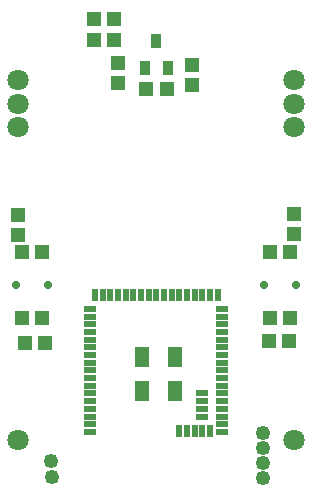
<source format=gbr>
G04 DipTrace 3.2.0.1*
G04 BottomMask.gbr*
%MOMM*%
G04 #@! TF.FileFunction,Soldermask,Bot*
G04 #@! TF.Part,Single*
%ADD44C,0.7*%
%ADD47R,1.2X1.7*%
%ADD49R,1.0X0.55*%
%ADD51R,0.55X1.0*%
%ADD53R,1.15X1.3*%
%ADD55C,1.25*%
%ADD67R,0.85X1.25*%
%ADD71C,1.8*%
%ADD75R,1.2X1.3*%
%ADD79R,1.3X1.2*%
%FSLAX35Y35*%
G04*
G71*
G90*
G75*
G01*
G04 BotMask*
%LPD*%
D79*
X-358043Y2587177D3*
X-528043D3*
D75*
X-325463Y2042887D3*
Y2212887D3*
X1168487Y763620D3*
Y933620D3*
X-1167770Y929203D3*
Y759203D3*
D71*
X-1170000Y1670000D3*
Y1870000D3*
Y2070000D3*
X1170000Y1670000D3*
Y1870000D3*
Y2070000D3*
X-1170000Y-980000D3*
X1170000D3*
D67*
X95200Y2167190D3*
X-94800D3*
X200Y2397190D3*
D79*
X-526863Y2405080D3*
X-356863D3*
D75*
X306373Y2199010D3*
Y2029010D3*
D79*
X87150Y1991823D3*
X-82850D3*
X1126237Y-144770D3*
X956237D3*
X-944417Y-158057D3*
X-1114417D3*
D55*
X902457Y-1171640D3*
Y-1044640D3*
Y-1298640D3*
Y-917640D3*
X-888500Y-1158000D3*
X-885000Y-1288500D3*
D53*
X965000Y612500D3*
X1135000D3*
X965000Y57500D3*
X1135000D3*
D44*
X915000Y335000D3*
X1185000D3*
D53*
X-1135000Y612500D3*
X-965000D3*
X-1135000Y57500D3*
X-965000D3*
D44*
X-1185000Y335000D3*
X-915000D3*
D51*
X0Y250000D3*
X65000D3*
X130000D3*
X195000D3*
X260000D3*
X325000D3*
X390000D3*
X455000D3*
X520000D3*
X-65000D3*
X-130000D3*
X-195000D3*
X-260000D3*
X-325000D3*
X-390000D3*
X-455000D3*
X-520000D3*
D49*
X-560000Y130000D3*
Y65000D3*
Y0D3*
Y-65000D3*
Y-130000D3*
Y-195000D3*
Y-260000D3*
Y-325000D3*
Y-390000D3*
Y-455000D3*
Y-520000D3*
Y-585000D3*
Y-650000D3*
Y-715000D3*
Y-780000D3*
Y-845000D3*
Y-910000D3*
X560000Y130000D3*
Y65000D3*
Y0D3*
Y-65000D3*
Y-130000D3*
Y-195000D3*
Y-260000D3*
Y-325000D3*
Y-390000D3*
Y-455000D3*
Y-520000D3*
Y-585000D3*
Y-650000D3*
Y-715000D3*
Y-780000D3*
Y-845000D3*
Y-910000D3*
X390000Y-780000D3*
Y-715000D3*
Y-650000D3*
Y-585000D3*
D51*
X455000Y-900000D3*
X390000D3*
X325000D3*
X260000D3*
X195000D3*
D47*
X155000Y-275000D3*
X-125000D3*
Y-560000D3*
X155000D3*
M02*

</source>
